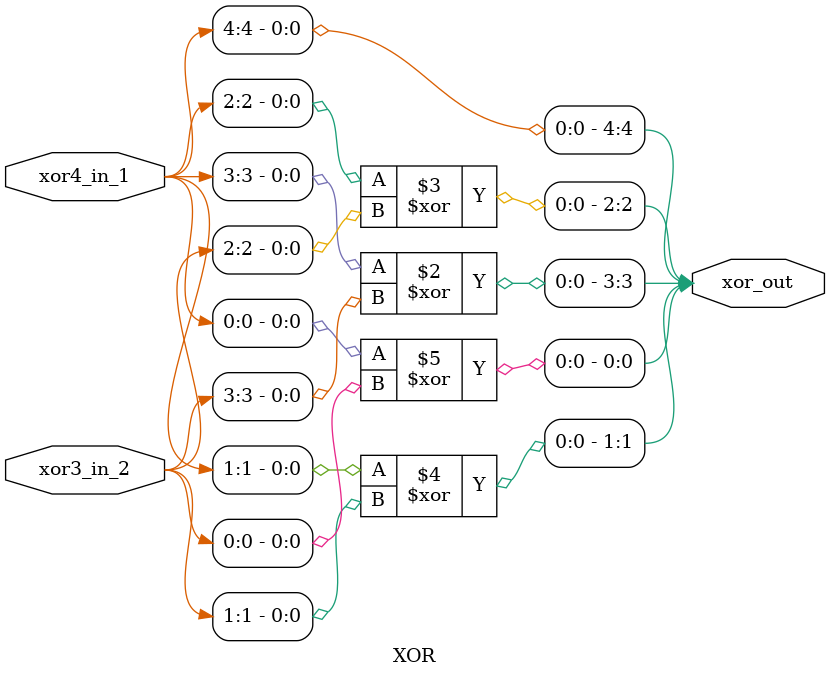
<source format=v>
module XOR(
	input [4:0] xor4_in_1,
	input [3:0] xor3_in_2,
	output reg [4:0] xor_out);

	always @(*) begin
		xor_out[4] <= xor4_in_1[4];
		xor_out[3] <= xor4_in_1[3] ^ xor3_in_2[3];
		xor_out[2] <= xor4_in_1[2] ^ xor3_in_2[2];
		xor_out[1] <= xor4_in_1[1] ^ xor3_in_2[1];
		xor_out[0] <= xor4_in_1[0] ^ xor3_in_2[0];	
	end

endmodule

</source>
